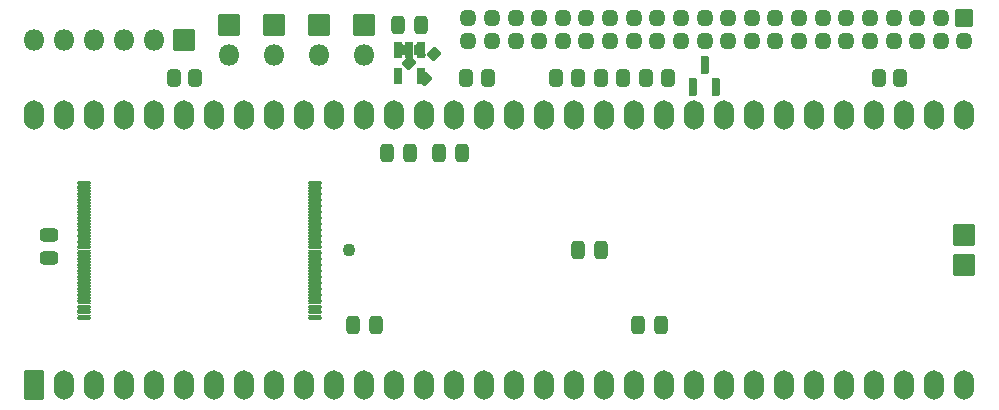
<source format=gts>
G04 #@! TF.GenerationSoftware,KiCad,Pcbnew,6.0.8-f2edbf62ab~116~ubuntu22.04.1*
G04 #@! TF.CreationDate,2022-10-12T20:13:52+02:00*
G04 #@! TF.ProjectId,a500-ide-ram,61353030-2d69-4646-952d-72616d2e6b69,0.2*
G04 #@! TF.SameCoordinates,Original*
G04 #@! TF.FileFunction,Soldermask,Top*
G04 #@! TF.FilePolarity,Negative*
%FSLAX46Y46*%
G04 Gerber Fmt 4.6, Leading zero omitted, Abs format (unit mm)*
G04 Created by KiCad (PCBNEW 6.0.8-f2edbf62ab~116~ubuntu22.04.1) date 2022-10-12 20:13:52*
%MOMM*%
%LPD*%
G01*
G04 APERTURE LIST*
G04 Aperture macros list*
%AMRoundRect*
0 Rectangle with rounded corners*
0 $1 Rounding radius*
0 $2 $3 $4 $5 $6 $7 $8 $9 X,Y pos of 4 corners*
0 Add a 4 corners polygon primitive as box body*
4,1,4,$2,$3,$4,$5,$6,$7,$8,$9,$2,$3,0*
0 Add four circle primitives for the rounded corners*
1,1,$1+$1,$2,$3*
1,1,$1+$1,$4,$5*
1,1,$1+$1,$6,$7*
1,1,$1+$1,$8,$9*
0 Add four rect primitives between the rounded corners*
20,1,$1+$1,$2,$3,$4,$5,0*
20,1,$1+$1,$4,$5,$6,$7,0*
20,1,$1+$1,$6,$7,$8,$9,0*
20,1,$1+$1,$8,$9,$2,$3,0*%
G04 Aperture macros list end*
%ADD10RoundRect,0.301000X-0.250000X-0.475000X0.250000X-0.475000X0.250000X0.475000X-0.250000X0.475000X0*%
%ADD11RoundRect,0.301000X0.250000X0.475000X-0.250000X0.475000X-0.250000X-0.475000X0.250000X-0.475000X0*%
%ADD12RoundRect,0.301000X0.475000X-0.250000X0.475000X0.250000X-0.475000X0.250000X-0.475000X-0.250000X0*%
%ADD13RoundRect,0.201000X0.150000X-0.587500X0.150000X0.587500X-0.150000X0.587500X-0.150000X-0.587500X0*%
%ADD14RoundRect,0.051000X-0.850000X-0.850000X0.850000X-0.850000X0.850000X0.850000X-0.850000X0.850000X0*%
%ADD15O,1.802000X1.802000*%
%ADD16RoundRect,0.301000X0.262500X0.450000X-0.262500X0.450000X-0.262500X-0.450000X0.262500X-0.450000X0*%
%ADD17RoundRect,0.301000X-0.262500X-0.450000X0.262500X-0.450000X0.262500X0.450000X-0.262500X0.450000X0*%
%ADD18RoundRect,0.051000X-0.675000X0.675000X-0.675000X-0.675000X0.675000X-0.675000X0.675000X0.675000X0*%
%ADD19O,1.452000X1.452000*%
%ADD20RoundRect,0.051000X-0.850000X0.850000X-0.850000X-0.850000X0.850000X-0.850000X0.850000X0.850000X0*%
%ADD21C,1.102000*%
%ADD22RoundRect,0.051000X0.800000X-1.200000X0.800000X1.200000X-0.800000X1.200000X-0.800000X-1.200000X0*%
%ADD23O,1.702000X2.502000*%
%ADD24RoundRect,0.201000X-0.150000X0.512500X-0.150000X-0.512500X0.150000X-0.512500X0.150000X0.512500X0*%
%ADD25RoundRect,0.051000X0.550000X0.125000X-0.550000X0.125000X-0.550000X-0.125000X0.550000X-0.125000X0*%
%ADD26RoundRect,0.051000X-0.035355X-0.601041X0.601041X0.035355X0.035355X0.601041X-0.601041X-0.035355X0*%
G04 APERTURE END LIST*
D10*
X157165000Y-103525000D03*
X159065000Y-103525000D03*
D11*
X134935000Y-103525000D03*
X133035000Y-103525000D03*
D10*
X152085000Y-97175000D03*
X153985000Y-97175000D03*
D11*
X137807500Y-88920000D03*
X135907500Y-88920000D03*
D12*
X107315000Y-97802500D03*
X107315000Y-95902500D03*
D13*
X161835000Y-83317000D03*
X163735000Y-83317000D03*
X162785000Y-81442000D03*
D14*
X133985000Y-78125000D03*
D15*
X133985000Y-80665000D03*
D14*
X130175000Y-78125000D03*
D15*
X130175000Y-80665000D03*
D16*
X159662500Y-82550000D03*
X157837500Y-82550000D03*
D17*
X154027500Y-82550000D03*
X155852500Y-82550000D03*
X142597500Y-82550000D03*
X144422500Y-82550000D03*
D16*
X179347500Y-82550000D03*
X177522500Y-82550000D03*
X152042500Y-82550000D03*
X150217500Y-82550000D03*
D14*
X122555000Y-78125000D03*
D15*
X122555000Y-80665000D03*
D18*
X184785000Y-77470000D03*
D19*
X184785000Y-79470000D03*
X182785000Y-77470000D03*
X182785000Y-79470000D03*
X180785000Y-77470000D03*
X180785000Y-79470000D03*
X178785000Y-77470000D03*
X178785000Y-79470000D03*
X176785000Y-77470000D03*
X176785000Y-79470000D03*
X174785000Y-77470000D03*
X174785000Y-79470000D03*
X172785000Y-77470000D03*
X172785000Y-79470000D03*
X170785000Y-77470000D03*
X170785000Y-79470000D03*
X168785000Y-77470000D03*
X168785000Y-79470000D03*
X166785000Y-77470000D03*
X166785000Y-79470000D03*
X164785000Y-77470000D03*
X164785000Y-79470000D03*
X162785000Y-77470000D03*
X162785000Y-79470000D03*
X160785000Y-77470000D03*
X160785000Y-79470000D03*
X158785000Y-77470000D03*
X158785000Y-79470000D03*
X156785000Y-77470000D03*
X156785000Y-79470000D03*
X154785000Y-77470000D03*
X154785000Y-79470000D03*
X152785000Y-77470000D03*
X152785000Y-79470000D03*
X150785000Y-77470000D03*
X150785000Y-79470000D03*
X148785000Y-77470000D03*
X148785000Y-79470000D03*
X146785000Y-77470000D03*
X146785000Y-79470000D03*
X144785000Y-77470000D03*
X144785000Y-79470000D03*
X142785000Y-77470000D03*
X142785000Y-79470000D03*
D14*
X184785000Y-95905000D03*
D20*
X118745000Y-79375000D03*
D15*
X116205000Y-79375000D03*
X113665000Y-79375000D03*
X111125000Y-79375000D03*
X108585000Y-79375000D03*
X106045000Y-79375000D03*
D21*
X132715000Y-97111500D03*
D22*
X106045000Y-108605000D03*
D23*
X108585000Y-108605000D03*
X111125000Y-108605000D03*
X113665000Y-108605000D03*
X116205000Y-108605000D03*
X118745000Y-108605000D03*
X121285000Y-108605000D03*
X123825000Y-108605000D03*
X126365000Y-108605000D03*
X128905000Y-108605000D03*
X131445000Y-108605000D03*
X133985000Y-108605000D03*
X136525000Y-108605000D03*
X139065000Y-108605000D03*
X141605000Y-108605000D03*
X144145000Y-108605000D03*
X146685000Y-108605000D03*
X149225000Y-108605000D03*
X151765000Y-108605000D03*
X154305000Y-108605000D03*
X156845000Y-108605000D03*
X159385000Y-108605000D03*
X161925000Y-108605000D03*
X164465000Y-108605000D03*
X167005000Y-108605000D03*
X169545000Y-108605000D03*
X172085000Y-108605000D03*
X174625000Y-108605000D03*
X177165000Y-108605000D03*
X179705000Y-108605000D03*
X182245000Y-108605000D03*
X184785000Y-108605000D03*
X184785000Y-85745000D03*
X182245000Y-85745000D03*
X179705000Y-85745000D03*
X177165000Y-85745000D03*
X174625000Y-85745000D03*
X172085000Y-85745000D03*
X169545000Y-85745000D03*
X167005000Y-85745000D03*
X164465000Y-85745000D03*
X161925000Y-85745000D03*
X159385000Y-85745000D03*
X156845000Y-85745000D03*
X154305000Y-85745000D03*
X151765000Y-85745000D03*
X149225000Y-85745000D03*
X146685000Y-85745000D03*
X144145000Y-85745000D03*
X141605000Y-85745000D03*
X139065000Y-85745000D03*
X136525000Y-85745000D03*
X133985000Y-85745000D03*
X131445000Y-85745000D03*
X128905000Y-85745000D03*
X126365000Y-85745000D03*
X123825000Y-85745000D03*
X121285000Y-85745000D03*
X118745000Y-85745000D03*
X116205000Y-85745000D03*
X113665000Y-85745000D03*
X111125000Y-85745000D03*
X108585000Y-85745000D03*
X106045000Y-85745000D03*
D11*
X138745000Y-78125000D03*
X136845000Y-78125000D03*
D24*
X138745000Y-80162500D03*
X137795000Y-80162500D03*
X136845000Y-80162500D03*
X136845000Y-82437500D03*
X138745000Y-82437500D03*
D14*
X126365000Y-78125000D03*
D15*
X126365000Y-80665000D03*
D25*
X129765000Y-102925000D03*
X129765000Y-102425000D03*
X129765000Y-101925000D03*
X129765000Y-101425000D03*
X129765000Y-100925000D03*
X129765000Y-100425000D03*
X129765000Y-99925000D03*
X129765000Y-99425000D03*
X129765000Y-98925000D03*
X129765000Y-98425000D03*
X129765000Y-97925000D03*
X129765000Y-97425000D03*
X129765000Y-96925000D03*
X129765000Y-96425000D03*
X129765000Y-95925000D03*
X129765000Y-95425000D03*
X129765000Y-94925000D03*
X129765000Y-94425000D03*
X129765000Y-93925000D03*
X129765000Y-93425000D03*
X129765000Y-92925000D03*
X129765000Y-92425000D03*
X129765000Y-91925000D03*
X129765000Y-91425000D03*
X110265000Y-91425000D03*
X110265000Y-91925000D03*
X110265000Y-92425000D03*
X110265000Y-92925000D03*
X110265000Y-93425000D03*
X110265000Y-93925000D03*
X110265000Y-94425000D03*
X110265000Y-94925000D03*
X110265000Y-95425000D03*
X110265000Y-95925000D03*
X110265000Y-96425000D03*
X110265000Y-96925000D03*
X110265000Y-97425000D03*
X110265000Y-97925000D03*
X110265000Y-98425000D03*
X110265000Y-98925000D03*
X110265000Y-99425000D03*
X110265000Y-99925000D03*
X110265000Y-100425000D03*
X110265000Y-100925000D03*
X110265000Y-101425000D03*
X110265000Y-101925000D03*
X110265000Y-102425000D03*
X110265000Y-102925000D03*
D10*
X140322500Y-88920000D03*
X142222500Y-88920000D03*
D14*
X184785000Y-98445000D03*
D17*
X117832500Y-82550000D03*
X119657500Y-82550000D03*
D26*
X137775042Y-81322655D03*
X139118545Y-82666158D03*
X139861007Y-80580193D03*
G36*
X109685267Y-102587886D02*
G01*
X109696262Y-102595233D01*
X109715199Y-102599000D01*
X110814801Y-102599000D01*
X110833738Y-102595233D01*
X110844733Y-102587886D01*
X110846729Y-102587755D01*
X110847840Y-102589418D01*
X110847507Y-102590660D01*
X110838291Y-102604452D01*
X110840031Y-102605615D01*
X110840916Y-102607409D01*
X110840455Y-102608560D01*
X110825922Y-102625952D01*
X110817296Y-102694670D01*
X110840082Y-102742288D01*
X110839928Y-102744282D01*
X110839389Y-102744814D01*
X110838291Y-102745548D01*
X110847507Y-102759340D01*
X110847638Y-102761336D01*
X110845975Y-102762447D01*
X110844733Y-102762114D01*
X110833738Y-102754767D01*
X110814801Y-102751000D01*
X109715199Y-102751000D01*
X109696262Y-102754767D01*
X109685267Y-102762114D01*
X109683271Y-102762245D01*
X109682160Y-102760582D01*
X109682493Y-102759340D01*
X109691709Y-102745548D01*
X109689969Y-102744385D01*
X109689084Y-102742591D01*
X109689545Y-102741440D01*
X109704078Y-102724048D01*
X109712704Y-102655330D01*
X109689918Y-102607712D01*
X109690072Y-102605718D01*
X109690611Y-102605186D01*
X109691709Y-102604452D01*
X109682493Y-102590660D01*
X109682362Y-102588664D01*
X109684025Y-102587553D01*
X109685267Y-102587886D01*
G37*
G36*
X129185267Y-102587886D02*
G01*
X129196262Y-102595233D01*
X129215199Y-102599000D01*
X130314801Y-102599000D01*
X130333738Y-102595233D01*
X130344733Y-102587886D01*
X130346729Y-102587755D01*
X130347840Y-102589418D01*
X130347507Y-102590660D01*
X130338291Y-102604452D01*
X130340031Y-102605615D01*
X130340916Y-102607409D01*
X130340455Y-102608560D01*
X130325922Y-102625952D01*
X130317296Y-102694670D01*
X130340082Y-102742288D01*
X130339928Y-102744282D01*
X130339389Y-102744814D01*
X130338291Y-102745548D01*
X130347507Y-102759340D01*
X130347638Y-102761336D01*
X130345975Y-102762447D01*
X130344733Y-102762114D01*
X130333738Y-102754767D01*
X130314801Y-102751000D01*
X129215199Y-102751000D01*
X129196262Y-102754767D01*
X129185267Y-102762114D01*
X129183271Y-102762245D01*
X129182160Y-102760582D01*
X129182493Y-102759340D01*
X129191709Y-102745548D01*
X129189969Y-102744385D01*
X129189084Y-102742591D01*
X129189545Y-102741440D01*
X129204078Y-102724048D01*
X129212704Y-102655330D01*
X129189918Y-102607712D01*
X129190072Y-102605718D01*
X129190611Y-102605186D01*
X129191709Y-102604452D01*
X129182493Y-102590660D01*
X129182362Y-102588664D01*
X129184025Y-102587553D01*
X129185267Y-102587886D01*
G37*
G36*
X129185267Y-102087886D02*
G01*
X129196262Y-102095233D01*
X129215199Y-102099000D01*
X130314801Y-102099000D01*
X130333738Y-102095233D01*
X130344733Y-102087886D01*
X130346729Y-102087755D01*
X130347840Y-102089418D01*
X130347507Y-102090660D01*
X130338291Y-102104452D01*
X130340031Y-102105615D01*
X130340916Y-102107409D01*
X130340455Y-102108560D01*
X130325922Y-102125952D01*
X130317296Y-102194670D01*
X130340082Y-102242288D01*
X130339928Y-102244282D01*
X130339389Y-102244814D01*
X130338291Y-102245548D01*
X130347507Y-102259340D01*
X130347638Y-102261336D01*
X130345975Y-102262447D01*
X130344733Y-102262114D01*
X130333738Y-102254767D01*
X130314801Y-102251000D01*
X129215199Y-102251000D01*
X129196262Y-102254767D01*
X129185267Y-102262114D01*
X129183271Y-102262245D01*
X129182160Y-102260582D01*
X129182493Y-102259340D01*
X129191709Y-102245548D01*
X129189969Y-102244385D01*
X129189084Y-102242591D01*
X129189545Y-102241440D01*
X129204078Y-102224048D01*
X129212704Y-102155330D01*
X129189918Y-102107712D01*
X129190072Y-102105718D01*
X129190611Y-102105186D01*
X129191709Y-102104452D01*
X129182493Y-102090660D01*
X129182362Y-102088664D01*
X129184025Y-102087553D01*
X129185267Y-102087886D01*
G37*
G36*
X109685267Y-102087886D02*
G01*
X109696262Y-102095233D01*
X109715199Y-102099000D01*
X110814801Y-102099000D01*
X110833738Y-102095233D01*
X110844733Y-102087886D01*
X110846729Y-102087755D01*
X110847840Y-102089418D01*
X110847507Y-102090660D01*
X110838291Y-102104452D01*
X110840031Y-102105615D01*
X110840916Y-102107409D01*
X110840455Y-102108560D01*
X110825922Y-102125952D01*
X110817296Y-102194670D01*
X110840082Y-102242288D01*
X110839928Y-102244282D01*
X110839389Y-102244814D01*
X110838291Y-102245548D01*
X110847507Y-102259340D01*
X110847638Y-102261336D01*
X110845975Y-102262447D01*
X110844733Y-102262114D01*
X110833738Y-102254767D01*
X110814801Y-102251000D01*
X109715199Y-102251000D01*
X109696262Y-102254767D01*
X109685267Y-102262114D01*
X109683271Y-102262245D01*
X109682160Y-102260582D01*
X109682493Y-102259340D01*
X109691709Y-102245548D01*
X109689969Y-102244385D01*
X109689084Y-102242591D01*
X109689545Y-102241440D01*
X109704078Y-102224048D01*
X109712704Y-102155330D01*
X109689918Y-102107712D01*
X109690072Y-102105718D01*
X109690611Y-102105186D01*
X109691709Y-102104452D01*
X109682493Y-102090660D01*
X109682362Y-102088664D01*
X109684025Y-102087553D01*
X109685267Y-102087886D01*
G37*
G36*
X129185267Y-101587886D02*
G01*
X129196262Y-101595233D01*
X129215199Y-101599000D01*
X130314801Y-101599000D01*
X130333738Y-101595233D01*
X130344733Y-101587886D01*
X130346729Y-101587755D01*
X130347840Y-101589418D01*
X130347507Y-101590660D01*
X130338291Y-101604452D01*
X130340031Y-101605615D01*
X130340916Y-101607409D01*
X130340455Y-101608560D01*
X130325922Y-101625952D01*
X130317296Y-101694670D01*
X130340082Y-101742288D01*
X130339928Y-101744282D01*
X130339389Y-101744814D01*
X130338291Y-101745548D01*
X130347507Y-101759340D01*
X130347638Y-101761336D01*
X130345975Y-101762447D01*
X130344733Y-101762114D01*
X130333738Y-101754767D01*
X130314801Y-101751000D01*
X129215199Y-101751000D01*
X129196262Y-101754767D01*
X129185267Y-101762114D01*
X129183271Y-101762245D01*
X129182160Y-101760582D01*
X129182493Y-101759340D01*
X129191709Y-101745548D01*
X129189969Y-101744385D01*
X129189084Y-101742591D01*
X129189545Y-101741440D01*
X129204078Y-101724048D01*
X129212704Y-101655330D01*
X129189918Y-101607712D01*
X129190072Y-101605718D01*
X129190611Y-101605186D01*
X129191709Y-101604452D01*
X129182493Y-101590660D01*
X129182362Y-101588664D01*
X129184025Y-101587553D01*
X129185267Y-101587886D01*
G37*
G36*
X109685267Y-101587886D02*
G01*
X109696262Y-101595233D01*
X109715199Y-101599000D01*
X110814801Y-101599000D01*
X110833738Y-101595233D01*
X110844733Y-101587886D01*
X110846729Y-101587755D01*
X110847840Y-101589418D01*
X110847507Y-101590660D01*
X110838291Y-101604452D01*
X110840031Y-101605615D01*
X110840916Y-101607409D01*
X110840455Y-101608560D01*
X110825922Y-101625952D01*
X110817296Y-101694670D01*
X110840082Y-101742288D01*
X110839928Y-101744282D01*
X110839389Y-101744814D01*
X110838291Y-101745548D01*
X110847507Y-101759340D01*
X110847638Y-101761336D01*
X110845975Y-101762447D01*
X110844733Y-101762114D01*
X110833738Y-101754767D01*
X110814801Y-101751000D01*
X109715199Y-101751000D01*
X109696262Y-101754767D01*
X109685267Y-101762114D01*
X109683271Y-101762245D01*
X109682160Y-101760582D01*
X109682493Y-101759340D01*
X109691709Y-101745548D01*
X109689969Y-101744385D01*
X109689084Y-101742591D01*
X109689545Y-101741440D01*
X109704078Y-101724048D01*
X109712704Y-101655330D01*
X109689918Y-101607712D01*
X109690072Y-101605718D01*
X109690611Y-101605186D01*
X109691709Y-101604452D01*
X109682493Y-101590660D01*
X109682362Y-101588664D01*
X109684025Y-101587553D01*
X109685267Y-101587886D01*
G37*
G36*
X109685267Y-101087886D02*
G01*
X109696262Y-101095233D01*
X109715199Y-101099000D01*
X110814801Y-101099000D01*
X110833738Y-101095233D01*
X110844733Y-101087886D01*
X110846729Y-101087755D01*
X110847840Y-101089418D01*
X110847507Y-101090660D01*
X110838291Y-101104452D01*
X110840031Y-101105615D01*
X110840916Y-101107409D01*
X110840455Y-101108560D01*
X110825922Y-101125952D01*
X110817296Y-101194670D01*
X110840082Y-101242288D01*
X110839928Y-101244282D01*
X110839389Y-101244814D01*
X110838291Y-101245548D01*
X110847507Y-101259340D01*
X110847638Y-101261336D01*
X110845975Y-101262447D01*
X110844733Y-101262114D01*
X110833738Y-101254767D01*
X110814801Y-101251000D01*
X109715199Y-101251000D01*
X109696262Y-101254767D01*
X109685267Y-101262114D01*
X109683271Y-101262245D01*
X109682160Y-101260582D01*
X109682493Y-101259340D01*
X109691709Y-101245548D01*
X109689969Y-101244385D01*
X109689084Y-101242591D01*
X109689545Y-101241440D01*
X109704078Y-101224048D01*
X109712704Y-101155330D01*
X109689918Y-101107712D01*
X109690072Y-101105718D01*
X109690611Y-101105186D01*
X109691709Y-101104452D01*
X109682493Y-101090660D01*
X109682362Y-101088664D01*
X109684025Y-101087553D01*
X109685267Y-101087886D01*
G37*
G36*
X129185267Y-101087886D02*
G01*
X129196262Y-101095233D01*
X129215199Y-101099000D01*
X130314801Y-101099000D01*
X130333738Y-101095233D01*
X130344733Y-101087886D01*
X130346729Y-101087755D01*
X130347840Y-101089418D01*
X130347507Y-101090660D01*
X130338291Y-101104452D01*
X130340031Y-101105615D01*
X130340916Y-101107409D01*
X130340455Y-101108560D01*
X130325922Y-101125952D01*
X130317296Y-101194670D01*
X130340082Y-101242288D01*
X130339928Y-101244282D01*
X130339389Y-101244814D01*
X130338291Y-101245548D01*
X130347507Y-101259340D01*
X130347638Y-101261336D01*
X130345975Y-101262447D01*
X130344733Y-101262114D01*
X130333738Y-101254767D01*
X130314801Y-101251000D01*
X129215199Y-101251000D01*
X129196262Y-101254767D01*
X129185267Y-101262114D01*
X129183271Y-101262245D01*
X129182160Y-101260582D01*
X129182493Y-101259340D01*
X129191709Y-101245548D01*
X129189969Y-101244385D01*
X129189084Y-101242591D01*
X129189545Y-101241440D01*
X129204078Y-101224048D01*
X129212704Y-101155330D01*
X129189918Y-101107712D01*
X129190072Y-101105718D01*
X129190611Y-101105186D01*
X129191709Y-101104452D01*
X129182493Y-101090660D01*
X129182362Y-101088664D01*
X129184025Y-101087553D01*
X129185267Y-101087886D01*
G37*
G36*
X109685267Y-100587886D02*
G01*
X109696262Y-100595233D01*
X109715199Y-100599000D01*
X110814801Y-100599000D01*
X110833738Y-100595233D01*
X110844733Y-100587886D01*
X110846729Y-100587755D01*
X110847840Y-100589418D01*
X110847507Y-100590660D01*
X110838291Y-100604452D01*
X110840031Y-100605615D01*
X110840916Y-100607409D01*
X110840455Y-100608560D01*
X110825922Y-100625952D01*
X110817296Y-100694670D01*
X110840082Y-100742288D01*
X110839928Y-100744282D01*
X110839389Y-100744814D01*
X110838291Y-100745548D01*
X110847507Y-100759340D01*
X110847638Y-100761336D01*
X110845975Y-100762447D01*
X110844733Y-100762114D01*
X110833738Y-100754767D01*
X110814801Y-100751000D01*
X109715199Y-100751000D01*
X109696262Y-100754767D01*
X109685267Y-100762114D01*
X109683271Y-100762245D01*
X109682160Y-100760582D01*
X109682493Y-100759340D01*
X109691709Y-100745548D01*
X109689969Y-100744385D01*
X109689084Y-100742591D01*
X109689545Y-100741440D01*
X109704078Y-100724048D01*
X109712704Y-100655330D01*
X109689918Y-100607712D01*
X109690072Y-100605718D01*
X109690611Y-100605186D01*
X109691709Y-100604452D01*
X109682493Y-100590660D01*
X109682362Y-100588664D01*
X109684025Y-100587553D01*
X109685267Y-100587886D01*
G37*
G36*
X129185267Y-100587886D02*
G01*
X129196262Y-100595233D01*
X129215199Y-100599000D01*
X130314801Y-100599000D01*
X130333738Y-100595233D01*
X130344733Y-100587886D01*
X130346729Y-100587755D01*
X130347840Y-100589418D01*
X130347507Y-100590660D01*
X130338291Y-100604452D01*
X130340031Y-100605615D01*
X130340916Y-100607409D01*
X130340455Y-100608560D01*
X130325922Y-100625952D01*
X130317296Y-100694670D01*
X130340082Y-100742288D01*
X130339928Y-100744282D01*
X130339389Y-100744814D01*
X130338291Y-100745548D01*
X130347507Y-100759340D01*
X130347638Y-100761336D01*
X130345975Y-100762447D01*
X130344733Y-100762114D01*
X130333738Y-100754767D01*
X130314801Y-100751000D01*
X129215199Y-100751000D01*
X129196262Y-100754767D01*
X129185267Y-100762114D01*
X129183271Y-100762245D01*
X129182160Y-100760582D01*
X129182493Y-100759340D01*
X129191709Y-100745548D01*
X129189969Y-100744385D01*
X129189084Y-100742591D01*
X129189545Y-100741440D01*
X129204078Y-100724048D01*
X129212704Y-100655330D01*
X129189918Y-100607712D01*
X129190072Y-100605718D01*
X129190611Y-100605186D01*
X129191709Y-100604452D01*
X129182493Y-100590660D01*
X129182362Y-100588664D01*
X129184025Y-100587553D01*
X129185267Y-100587886D01*
G37*
G36*
X129185267Y-100087886D02*
G01*
X129196262Y-100095233D01*
X129215199Y-100099000D01*
X130314801Y-100099000D01*
X130333738Y-100095233D01*
X130344733Y-100087886D01*
X130346729Y-100087755D01*
X130347840Y-100089418D01*
X130347507Y-100090660D01*
X130338291Y-100104452D01*
X130340031Y-100105615D01*
X130340916Y-100107409D01*
X130340455Y-100108560D01*
X130325922Y-100125952D01*
X130317296Y-100194670D01*
X130340082Y-100242288D01*
X130339928Y-100244282D01*
X130339389Y-100244814D01*
X130338291Y-100245548D01*
X130347507Y-100259340D01*
X130347638Y-100261336D01*
X130345975Y-100262447D01*
X130344733Y-100262114D01*
X130333738Y-100254767D01*
X130314801Y-100251000D01*
X129215199Y-100251000D01*
X129196262Y-100254767D01*
X129185267Y-100262114D01*
X129183271Y-100262245D01*
X129182160Y-100260582D01*
X129182493Y-100259340D01*
X129191709Y-100245548D01*
X129189969Y-100244385D01*
X129189084Y-100242591D01*
X129189545Y-100241440D01*
X129204078Y-100224048D01*
X129212704Y-100155330D01*
X129189918Y-100107712D01*
X129190072Y-100105718D01*
X129190611Y-100105186D01*
X129191709Y-100104452D01*
X129182493Y-100090660D01*
X129182362Y-100088664D01*
X129184025Y-100087553D01*
X129185267Y-100087886D01*
G37*
G36*
X109685267Y-100087886D02*
G01*
X109696262Y-100095233D01*
X109715199Y-100099000D01*
X110814801Y-100099000D01*
X110833738Y-100095233D01*
X110844733Y-100087886D01*
X110846729Y-100087755D01*
X110847840Y-100089418D01*
X110847507Y-100090660D01*
X110838291Y-100104452D01*
X110840031Y-100105615D01*
X110840916Y-100107409D01*
X110840455Y-100108560D01*
X110825922Y-100125952D01*
X110817296Y-100194670D01*
X110840082Y-100242288D01*
X110839928Y-100244282D01*
X110839389Y-100244814D01*
X110838291Y-100245548D01*
X110847507Y-100259340D01*
X110847638Y-100261336D01*
X110845975Y-100262447D01*
X110844733Y-100262114D01*
X110833738Y-100254767D01*
X110814801Y-100251000D01*
X109715199Y-100251000D01*
X109696262Y-100254767D01*
X109685267Y-100262114D01*
X109683271Y-100262245D01*
X109682160Y-100260582D01*
X109682493Y-100259340D01*
X109691709Y-100245548D01*
X109689969Y-100244385D01*
X109689084Y-100242591D01*
X109689545Y-100241440D01*
X109704078Y-100224048D01*
X109712704Y-100155330D01*
X109689918Y-100107712D01*
X109690072Y-100105718D01*
X109690611Y-100105186D01*
X109691709Y-100104452D01*
X109682493Y-100090660D01*
X109682362Y-100088664D01*
X109684025Y-100087553D01*
X109685267Y-100087886D01*
G37*
G36*
X129185267Y-99587886D02*
G01*
X129196262Y-99595233D01*
X129215199Y-99599000D01*
X130314801Y-99599000D01*
X130333738Y-99595233D01*
X130344733Y-99587886D01*
X130346729Y-99587755D01*
X130347840Y-99589418D01*
X130347507Y-99590660D01*
X130338291Y-99604452D01*
X130340031Y-99605615D01*
X130340916Y-99607409D01*
X130340455Y-99608560D01*
X130325922Y-99625952D01*
X130317296Y-99694670D01*
X130340082Y-99742288D01*
X130339928Y-99744282D01*
X130339389Y-99744814D01*
X130338291Y-99745548D01*
X130347507Y-99759340D01*
X130347638Y-99761336D01*
X130345975Y-99762447D01*
X130344733Y-99762114D01*
X130333738Y-99754767D01*
X130314801Y-99751000D01*
X129215199Y-99751000D01*
X129196262Y-99754767D01*
X129185267Y-99762114D01*
X129183271Y-99762245D01*
X129182160Y-99760582D01*
X129182493Y-99759340D01*
X129191709Y-99745548D01*
X129189969Y-99744385D01*
X129189084Y-99742591D01*
X129189545Y-99741440D01*
X129204078Y-99724048D01*
X129212704Y-99655330D01*
X129189918Y-99607712D01*
X129190072Y-99605718D01*
X129190611Y-99605186D01*
X129191709Y-99604452D01*
X129182493Y-99590660D01*
X129182362Y-99588664D01*
X129184025Y-99587553D01*
X129185267Y-99587886D01*
G37*
G36*
X109685267Y-99587886D02*
G01*
X109696262Y-99595233D01*
X109715199Y-99599000D01*
X110814801Y-99599000D01*
X110833738Y-99595233D01*
X110844733Y-99587886D01*
X110846729Y-99587755D01*
X110847840Y-99589418D01*
X110847507Y-99590660D01*
X110838291Y-99604452D01*
X110840031Y-99605615D01*
X110840916Y-99607409D01*
X110840455Y-99608560D01*
X110825922Y-99625952D01*
X110817296Y-99694670D01*
X110840082Y-99742288D01*
X110839928Y-99744282D01*
X110839389Y-99744814D01*
X110838291Y-99745548D01*
X110847507Y-99759340D01*
X110847638Y-99761336D01*
X110845975Y-99762447D01*
X110844733Y-99762114D01*
X110833738Y-99754767D01*
X110814801Y-99751000D01*
X109715199Y-99751000D01*
X109696262Y-99754767D01*
X109685267Y-99762114D01*
X109683271Y-99762245D01*
X109682160Y-99760582D01*
X109682493Y-99759340D01*
X109691709Y-99745548D01*
X109689969Y-99744385D01*
X109689084Y-99742591D01*
X109689545Y-99741440D01*
X109704078Y-99724048D01*
X109712704Y-99655330D01*
X109689918Y-99607712D01*
X109690072Y-99605718D01*
X109690611Y-99605186D01*
X109691709Y-99604452D01*
X109682493Y-99590660D01*
X109682362Y-99588664D01*
X109684025Y-99587553D01*
X109685267Y-99587886D01*
G37*
G36*
X129185267Y-99087886D02*
G01*
X129196262Y-99095233D01*
X129215199Y-99099000D01*
X130314801Y-99099000D01*
X130333738Y-99095233D01*
X130344733Y-99087886D01*
X130346729Y-99087755D01*
X130347840Y-99089418D01*
X130347507Y-99090660D01*
X130338291Y-99104452D01*
X130340031Y-99105615D01*
X130340916Y-99107409D01*
X130340455Y-99108560D01*
X130325922Y-99125952D01*
X130317296Y-99194670D01*
X130340082Y-99242288D01*
X130339928Y-99244282D01*
X130339389Y-99244814D01*
X130338291Y-99245548D01*
X130347507Y-99259340D01*
X130347638Y-99261336D01*
X130345975Y-99262447D01*
X130344733Y-99262114D01*
X130333738Y-99254767D01*
X130314801Y-99251000D01*
X129215199Y-99251000D01*
X129196262Y-99254767D01*
X129185267Y-99262114D01*
X129183271Y-99262245D01*
X129182160Y-99260582D01*
X129182493Y-99259340D01*
X129191709Y-99245548D01*
X129189969Y-99244385D01*
X129189084Y-99242591D01*
X129189545Y-99241440D01*
X129204078Y-99224048D01*
X129212704Y-99155330D01*
X129189918Y-99107712D01*
X129190072Y-99105718D01*
X129190611Y-99105186D01*
X129191709Y-99104452D01*
X129182493Y-99090660D01*
X129182362Y-99088664D01*
X129184025Y-99087553D01*
X129185267Y-99087886D01*
G37*
G36*
X109685267Y-99087886D02*
G01*
X109696262Y-99095233D01*
X109715199Y-99099000D01*
X110814801Y-99099000D01*
X110833738Y-99095233D01*
X110844733Y-99087886D01*
X110846729Y-99087755D01*
X110847840Y-99089418D01*
X110847507Y-99090660D01*
X110838291Y-99104452D01*
X110840031Y-99105615D01*
X110840916Y-99107409D01*
X110840455Y-99108560D01*
X110825922Y-99125952D01*
X110817296Y-99194670D01*
X110840082Y-99242288D01*
X110839928Y-99244282D01*
X110839389Y-99244814D01*
X110838291Y-99245548D01*
X110847507Y-99259340D01*
X110847638Y-99261336D01*
X110845975Y-99262447D01*
X110844733Y-99262114D01*
X110833738Y-99254767D01*
X110814801Y-99251000D01*
X109715199Y-99251000D01*
X109696262Y-99254767D01*
X109685267Y-99262114D01*
X109683271Y-99262245D01*
X109682160Y-99260582D01*
X109682493Y-99259340D01*
X109691709Y-99245548D01*
X109689969Y-99244385D01*
X109689084Y-99242591D01*
X109689545Y-99241440D01*
X109704078Y-99224048D01*
X109712704Y-99155330D01*
X109689918Y-99107712D01*
X109690072Y-99105718D01*
X109690611Y-99105186D01*
X109691709Y-99104452D01*
X109682493Y-99090660D01*
X109682362Y-99088664D01*
X109684025Y-99087553D01*
X109685267Y-99087886D01*
G37*
G36*
X129185267Y-98587886D02*
G01*
X129196262Y-98595233D01*
X129215199Y-98599000D01*
X130314801Y-98599000D01*
X130333738Y-98595233D01*
X130344733Y-98587886D01*
X130346729Y-98587755D01*
X130347840Y-98589418D01*
X130347507Y-98590660D01*
X130338291Y-98604452D01*
X130340031Y-98605615D01*
X130340916Y-98607409D01*
X130340455Y-98608560D01*
X130325922Y-98625952D01*
X130317296Y-98694670D01*
X130340082Y-98742288D01*
X130339928Y-98744282D01*
X130339389Y-98744814D01*
X130338291Y-98745548D01*
X130347507Y-98759340D01*
X130347638Y-98761336D01*
X130345975Y-98762447D01*
X130344733Y-98762114D01*
X130333738Y-98754767D01*
X130314801Y-98751000D01*
X129215199Y-98751000D01*
X129196262Y-98754767D01*
X129185267Y-98762114D01*
X129183271Y-98762245D01*
X129182160Y-98760582D01*
X129182493Y-98759340D01*
X129191709Y-98745548D01*
X129189969Y-98744385D01*
X129189084Y-98742591D01*
X129189545Y-98741440D01*
X129204078Y-98724048D01*
X129212704Y-98655330D01*
X129189918Y-98607712D01*
X129190072Y-98605718D01*
X129190611Y-98605186D01*
X129191709Y-98604452D01*
X129182493Y-98590660D01*
X129182362Y-98588664D01*
X129184025Y-98587553D01*
X129185267Y-98587886D01*
G37*
G36*
X109685267Y-98587886D02*
G01*
X109696262Y-98595233D01*
X109715199Y-98599000D01*
X110814801Y-98599000D01*
X110833738Y-98595233D01*
X110844733Y-98587886D01*
X110846729Y-98587755D01*
X110847840Y-98589418D01*
X110847507Y-98590660D01*
X110838291Y-98604452D01*
X110840031Y-98605615D01*
X110840916Y-98607409D01*
X110840455Y-98608560D01*
X110825922Y-98625952D01*
X110817296Y-98694670D01*
X110840082Y-98742288D01*
X110839928Y-98744282D01*
X110839389Y-98744814D01*
X110838291Y-98745548D01*
X110847507Y-98759340D01*
X110847638Y-98761336D01*
X110845975Y-98762447D01*
X110844733Y-98762114D01*
X110833738Y-98754767D01*
X110814801Y-98751000D01*
X109715199Y-98751000D01*
X109696262Y-98754767D01*
X109685267Y-98762114D01*
X109683271Y-98762245D01*
X109682160Y-98760582D01*
X109682493Y-98759340D01*
X109691709Y-98745548D01*
X109689969Y-98744385D01*
X109689084Y-98742591D01*
X109689545Y-98741440D01*
X109704078Y-98724048D01*
X109712704Y-98655330D01*
X109689918Y-98607712D01*
X109690072Y-98605718D01*
X109690611Y-98605186D01*
X109691709Y-98604452D01*
X109682493Y-98590660D01*
X109682362Y-98588664D01*
X109684025Y-98587553D01*
X109685267Y-98587886D01*
G37*
G36*
X129185267Y-98087886D02*
G01*
X129196262Y-98095233D01*
X129215199Y-98099000D01*
X130314801Y-98099000D01*
X130333738Y-98095233D01*
X130344733Y-98087886D01*
X130346729Y-98087755D01*
X130347840Y-98089418D01*
X130347507Y-98090660D01*
X130338291Y-98104452D01*
X130340031Y-98105615D01*
X130340916Y-98107409D01*
X130340455Y-98108560D01*
X130325922Y-98125952D01*
X130317296Y-98194670D01*
X130340082Y-98242288D01*
X130339928Y-98244282D01*
X130339389Y-98244814D01*
X130338291Y-98245548D01*
X130347507Y-98259340D01*
X130347638Y-98261336D01*
X130345975Y-98262447D01*
X130344733Y-98262114D01*
X130333738Y-98254767D01*
X130314801Y-98251000D01*
X129215199Y-98251000D01*
X129196262Y-98254767D01*
X129185267Y-98262114D01*
X129183271Y-98262245D01*
X129182160Y-98260582D01*
X129182493Y-98259340D01*
X129191709Y-98245548D01*
X129189969Y-98244385D01*
X129189084Y-98242591D01*
X129189545Y-98241440D01*
X129204078Y-98224048D01*
X129212704Y-98155330D01*
X129189918Y-98107712D01*
X129190072Y-98105718D01*
X129190611Y-98105186D01*
X129191709Y-98104452D01*
X129182493Y-98090660D01*
X129182362Y-98088664D01*
X129184025Y-98087553D01*
X129185267Y-98087886D01*
G37*
G36*
X109685267Y-98087886D02*
G01*
X109696262Y-98095233D01*
X109715199Y-98099000D01*
X110814801Y-98099000D01*
X110833738Y-98095233D01*
X110844733Y-98087886D01*
X110846729Y-98087755D01*
X110847840Y-98089418D01*
X110847507Y-98090660D01*
X110838291Y-98104452D01*
X110840031Y-98105615D01*
X110840916Y-98107409D01*
X110840455Y-98108560D01*
X110825922Y-98125952D01*
X110817296Y-98194670D01*
X110840082Y-98242288D01*
X110839928Y-98244282D01*
X110839389Y-98244814D01*
X110838291Y-98245548D01*
X110847507Y-98259340D01*
X110847638Y-98261336D01*
X110845975Y-98262447D01*
X110844733Y-98262114D01*
X110833738Y-98254767D01*
X110814801Y-98251000D01*
X109715199Y-98251000D01*
X109696262Y-98254767D01*
X109685267Y-98262114D01*
X109683271Y-98262245D01*
X109682160Y-98260582D01*
X109682493Y-98259340D01*
X109691709Y-98245548D01*
X109689969Y-98244385D01*
X109689084Y-98242591D01*
X109689545Y-98241440D01*
X109704078Y-98224048D01*
X109712704Y-98155330D01*
X109689918Y-98107712D01*
X109690072Y-98105718D01*
X109690611Y-98105186D01*
X109691709Y-98104452D01*
X109682493Y-98090660D01*
X109682362Y-98088664D01*
X109684025Y-98087553D01*
X109685267Y-98087886D01*
G37*
G36*
X129185267Y-97587886D02*
G01*
X129196262Y-97595233D01*
X129215199Y-97599000D01*
X130314801Y-97599000D01*
X130333738Y-97595233D01*
X130344733Y-97587886D01*
X130346729Y-97587755D01*
X130347840Y-97589418D01*
X130347507Y-97590660D01*
X130338291Y-97604452D01*
X130340031Y-97605615D01*
X130340916Y-97607409D01*
X130340455Y-97608560D01*
X130325922Y-97625952D01*
X130317296Y-97694670D01*
X130340082Y-97742288D01*
X130339928Y-97744282D01*
X130339389Y-97744814D01*
X130338291Y-97745548D01*
X130347507Y-97759340D01*
X130347638Y-97761336D01*
X130345975Y-97762447D01*
X130344733Y-97762114D01*
X130333738Y-97754767D01*
X130314801Y-97751000D01*
X129215199Y-97751000D01*
X129196262Y-97754767D01*
X129185267Y-97762114D01*
X129183271Y-97762245D01*
X129182160Y-97760582D01*
X129182493Y-97759340D01*
X129191709Y-97745548D01*
X129189969Y-97744385D01*
X129189084Y-97742591D01*
X129189545Y-97741440D01*
X129204078Y-97724048D01*
X129212704Y-97655330D01*
X129189918Y-97607712D01*
X129190072Y-97605718D01*
X129190611Y-97605186D01*
X129191709Y-97604452D01*
X129182493Y-97590660D01*
X129182362Y-97588664D01*
X129184025Y-97587553D01*
X129185267Y-97587886D01*
G37*
G36*
X109685267Y-97587886D02*
G01*
X109696262Y-97595233D01*
X109715199Y-97599000D01*
X110814801Y-97599000D01*
X110833738Y-97595233D01*
X110844733Y-97587886D01*
X110846729Y-97587755D01*
X110847840Y-97589418D01*
X110847507Y-97590660D01*
X110838291Y-97604452D01*
X110840031Y-97605615D01*
X110840916Y-97607409D01*
X110840455Y-97608560D01*
X110825922Y-97625952D01*
X110817296Y-97694670D01*
X110840082Y-97742288D01*
X110839928Y-97744282D01*
X110839389Y-97744814D01*
X110838291Y-97745548D01*
X110847507Y-97759340D01*
X110847638Y-97761336D01*
X110845975Y-97762447D01*
X110844733Y-97762114D01*
X110833738Y-97754767D01*
X110814801Y-97751000D01*
X109715199Y-97751000D01*
X109696262Y-97754767D01*
X109685267Y-97762114D01*
X109683271Y-97762245D01*
X109682160Y-97760582D01*
X109682493Y-97759340D01*
X109691709Y-97745548D01*
X109689969Y-97744385D01*
X109689084Y-97742591D01*
X109689545Y-97741440D01*
X109704078Y-97724048D01*
X109712704Y-97655330D01*
X109689918Y-97607712D01*
X109690072Y-97605718D01*
X109690611Y-97605186D01*
X109691709Y-97604452D01*
X109682493Y-97590660D01*
X109682362Y-97588664D01*
X109684025Y-97587553D01*
X109685267Y-97587886D01*
G37*
G36*
X129185267Y-97087886D02*
G01*
X129196262Y-97095233D01*
X129215199Y-97099000D01*
X130314801Y-97099000D01*
X130333738Y-97095233D01*
X130344733Y-97087886D01*
X130346729Y-97087755D01*
X130347840Y-97089418D01*
X130347507Y-97090660D01*
X130338291Y-97104452D01*
X130340031Y-97105615D01*
X130340916Y-97107409D01*
X130340455Y-97108560D01*
X130325922Y-97125952D01*
X130317296Y-97194670D01*
X130340082Y-97242288D01*
X130339928Y-97244282D01*
X130339389Y-97244814D01*
X130338291Y-97245548D01*
X130347507Y-97259340D01*
X130347638Y-97261336D01*
X130345975Y-97262447D01*
X130344733Y-97262114D01*
X130333738Y-97254767D01*
X130314801Y-97251000D01*
X129215199Y-97251000D01*
X129196262Y-97254767D01*
X129185267Y-97262114D01*
X129183271Y-97262245D01*
X129182160Y-97260582D01*
X129182493Y-97259340D01*
X129191709Y-97245548D01*
X129189969Y-97244385D01*
X129189084Y-97242591D01*
X129189545Y-97241440D01*
X129204078Y-97224048D01*
X129212704Y-97155330D01*
X129189918Y-97107712D01*
X129190072Y-97105718D01*
X129190611Y-97105186D01*
X129191709Y-97104452D01*
X129182493Y-97090660D01*
X129182362Y-97088664D01*
X129184025Y-97087553D01*
X129185267Y-97087886D01*
G37*
G36*
X109685267Y-97087886D02*
G01*
X109696262Y-97095233D01*
X109715199Y-97099000D01*
X110814801Y-97099000D01*
X110833738Y-97095233D01*
X110844733Y-97087886D01*
X110846729Y-97087755D01*
X110847840Y-97089418D01*
X110847507Y-97090660D01*
X110838291Y-97104452D01*
X110840031Y-97105615D01*
X110840916Y-97107409D01*
X110840455Y-97108560D01*
X110825922Y-97125952D01*
X110817296Y-97194670D01*
X110840082Y-97242288D01*
X110839928Y-97244282D01*
X110839389Y-97244814D01*
X110838291Y-97245548D01*
X110847507Y-97259340D01*
X110847638Y-97261336D01*
X110845975Y-97262447D01*
X110844733Y-97262114D01*
X110833738Y-97254767D01*
X110814801Y-97251000D01*
X109715199Y-97251000D01*
X109696262Y-97254767D01*
X109685267Y-97262114D01*
X109683271Y-97262245D01*
X109682160Y-97260582D01*
X109682493Y-97259340D01*
X109691709Y-97245548D01*
X109689969Y-97244385D01*
X109689084Y-97242591D01*
X109689545Y-97241440D01*
X109704078Y-97224048D01*
X109712704Y-97155330D01*
X109689918Y-97107712D01*
X109690072Y-97105718D01*
X109690611Y-97105186D01*
X109691709Y-97104452D01*
X109682493Y-97090660D01*
X109682362Y-97088664D01*
X109684025Y-97087553D01*
X109685267Y-97087886D01*
G37*
G36*
X129185267Y-96587886D02*
G01*
X129196262Y-96595233D01*
X129215199Y-96599000D01*
X130314801Y-96599000D01*
X130333738Y-96595233D01*
X130344733Y-96587886D01*
X130346729Y-96587755D01*
X130347840Y-96589418D01*
X130347507Y-96590660D01*
X130338291Y-96604452D01*
X130340031Y-96605615D01*
X130340916Y-96607409D01*
X130340455Y-96608560D01*
X130325922Y-96625952D01*
X130317296Y-96694670D01*
X130340082Y-96742288D01*
X130339928Y-96744282D01*
X130339389Y-96744814D01*
X130338291Y-96745548D01*
X130347507Y-96759340D01*
X130347638Y-96761336D01*
X130345975Y-96762447D01*
X130344733Y-96762114D01*
X130333738Y-96754767D01*
X130314801Y-96751000D01*
X129215199Y-96751000D01*
X129196262Y-96754767D01*
X129185267Y-96762114D01*
X129183271Y-96762245D01*
X129182160Y-96760582D01*
X129182493Y-96759340D01*
X129191709Y-96745548D01*
X129189969Y-96744385D01*
X129189084Y-96742591D01*
X129189545Y-96741440D01*
X129204078Y-96724048D01*
X129212704Y-96655330D01*
X129189918Y-96607712D01*
X129190072Y-96605718D01*
X129190611Y-96605186D01*
X129191709Y-96604452D01*
X129182493Y-96590660D01*
X129182362Y-96588664D01*
X129184025Y-96587553D01*
X129185267Y-96587886D01*
G37*
G36*
X109685267Y-96587886D02*
G01*
X109696262Y-96595233D01*
X109715199Y-96599000D01*
X110814801Y-96599000D01*
X110833738Y-96595233D01*
X110844733Y-96587886D01*
X110846729Y-96587755D01*
X110847840Y-96589418D01*
X110847507Y-96590660D01*
X110838291Y-96604452D01*
X110840031Y-96605615D01*
X110840916Y-96607409D01*
X110840455Y-96608560D01*
X110825922Y-96625952D01*
X110817296Y-96694670D01*
X110840082Y-96742288D01*
X110839928Y-96744282D01*
X110839389Y-96744814D01*
X110838291Y-96745548D01*
X110847507Y-96759340D01*
X110847638Y-96761336D01*
X110845975Y-96762447D01*
X110844733Y-96762114D01*
X110833738Y-96754767D01*
X110814801Y-96751000D01*
X109715199Y-96751000D01*
X109696262Y-96754767D01*
X109685267Y-96762114D01*
X109683271Y-96762245D01*
X109682160Y-96760582D01*
X109682493Y-96759340D01*
X109691709Y-96745548D01*
X109689969Y-96744385D01*
X109689084Y-96742591D01*
X109689545Y-96741440D01*
X109704078Y-96724048D01*
X109712704Y-96655330D01*
X109689918Y-96607712D01*
X109690072Y-96605718D01*
X109690611Y-96605186D01*
X109691709Y-96604452D01*
X109682493Y-96590660D01*
X109682362Y-96588664D01*
X109684025Y-96587553D01*
X109685267Y-96587886D01*
G37*
G36*
X129185267Y-96087886D02*
G01*
X129196262Y-96095233D01*
X129215199Y-96099000D01*
X130314801Y-96099000D01*
X130333738Y-96095233D01*
X130344733Y-96087886D01*
X130346729Y-96087755D01*
X130347840Y-96089418D01*
X130347507Y-96090660D01*
X130338291Y-96104452D01*
X130340031Y-96105615D01*
X130340916Y-96107409D01*
X130340455Y-96108560D01*
X130325922Y-96125952D01*
X130317296Y-96194670D01*
X130340082Y-96242288D01*
X130339928Y-96244282D01*
X130339389Y-96244814D01*
X130338291Y-96245548D01*
X130347507Y-96259340D01*
X130347638Y-96261336D01*
X130345975Y-96262447D01*
X130344733Y-96262114D01*
X130333738Y-96254767D01*
X130314801Y-96251000D01*
X129215199Y-96251000D01*
X129196262Y-96254767D01*
X129185267Y-96262114D01*
X129183271Y-96262245D01*
X129182160Y-96260582D01*
X129182493Y-96259340D01*
X129191709Y-96245548D01*
X129189969Y-96244385D01*
X129189084Y-96242591D01*
X129189545Y-96241440D01*
X129204078Y-96224048D01*
X129212704Y-96155330D01*
X129189918Y-96107712D01*
X129190072Y-96105718D01*
X129190611Y-96105186D01*
X129191709Y-96104452D01*
X129182493Y-96090660D01*
X129182362Y-96088664D01*
X129184025Y-96087553D01*
X129185267Y-96087886D01*
G37*
G36*
X109685267Y-96087886D02*
G01*
X109696262Y-96095233D01*
X109715199Y-96099000D01*
X110814801Y-96099000D01*
X110833738Y-96095233D01*
X110844733Y-96087886D01*
X110846729Y-96087755D01*
X110847840Y-96089418D01*
X110847507Y-96090660D01*
X110838291Y-96104452D01*
X110840031Y-96105615D01*
X110840916Y-96107409D01*
X110840455Y-96108560D01*
X110825922Y-96125952D01*
X110817296Y-96194670D01*
X110840082Y-96242288D01*
X110839928Y-96244282D01*
X110839389Y-96244814D01*
X110838291Y-96245548D01*
X110847507Y-96259340D01*
X110847638Y-96261336D01*
X110845975Y-96262447D01*
X110844733Y-96262114D01*
X110833738Y-96254767D01*
X110814801Y-96251000D01*
X109715199Y-96251000D01*
X109696262Y-96254767D01*
X109685267Y-96262114D01*
X109683271Y-96262245D01*
X109682160Y-96260582D01*
X109682493Y-96259340D01*
X109691709Y-96245548D01*
X109689969Y-96244385D01*
X109689084Y-96242591D01*
X109689545Y-96241440D01*
X109704078Y-96224048D01*
X109712704Y-96155330D01*
X109689918Y-96107712D01*
X109690072Y-96105718D01*
X109690611Y-96105186D01*
X109691709Y-96104452D01*
X109682493Y-96090660D01*
X109682362Y-96088664D01*
X109684025Y-96087553D01*
X109685267Y-96087886D01*
G37*
G36*
X109685267Y-95587886D02*
G01*
X109696262Y-95595233D01*
X109715199Y-95599000D01*
X110814801Y-95599000D01*
X110833738Y-95595233D01*
X110844733Y-95587886D01*
X110846729Y-95587755D01*
X110847840Y-95589418D01*
X110847507Y-95590660D01*
X110838291Y-95604452D01*
X110840031Y-95605615D01*
X110840916Y-95607409D01*
X110840455Y-95608560D01*
X110825922Y-95625952D01*
X110817296Y-95694670D01*
X110840082Y-95742288D01*
X110839928Y-95744282D01*
X110839389Y-95744814D01*
X110838291Y-95745548D01*
X110847507Y-95759340D01*
X110847638Y-95761336D01*
X110845975Y-95762447D01*
X110844733Y-95762114D01*
X110833738Y-95754767D01*
X110814801Y-95751000D01*
X109715199Y-95751000D01*
X109696262Y-95754767D01*
X109685267Y-95762114D01*
X109683271Y-95762245D01*
X109682160Y-95760582D01*
X109682493Y-95759340D01*
X109691709Y-95745548D01*
X109689969Y-95744385D01*
X109689084Y-95742591D01*
X109689545Y-95741440D01*
X109704078Y-95724048D01*
X109712704Y-95655330D01*
X109689918Y-95607712D01*
X109690072Y-95605718D01*
X109690611Y-95605186D01*
X109691709Y-95604452D01*
X109682493Y-95590660D01*
X109682362Y-95588664D01*
X109684025Y-95587553D01*
X109685267Y-95587886D01*
G37*
G36*
X129185267Y-95587886D02*
G01*
X129196262Y-95595233D01*
X129215199Y-95599000D01*
X130314801Y-95599000D01*
X130333738Y-95595233D01*
X130344733Y-95587886D01*
X130346729Y-95587755D01*
X130347840Y-95589418D01*
X130347507Y-95590660D01*
X130338291Y-95604452D01*
X130340031Y-95605615D01*
X130340916Y-95607409D01*
X130340455Y-95608560D01*
X130325922Y-95625952D01*
X130317296Y-95694670D01*
X130340082Y-95742288D01*
X130339928Y-95744282D01*
X130339389Y-95744814D01*
X130338291Y-95745548D01*
X130347507Y-95759340D01*
X130347638Y-95761336D01*
X130345975Y-95762447D01*
X130344733Y-95762114D01*
X130333738Y-95754767D01*
X130314801Y-95751000D01*
X129215199Y-95751000D01*
X129196262Y-95754767D01*
X129185267Y-95762114D01*
X129183271Y-95762245D01*
X129182160Y-95760582D01*
X129182493Y-95759340D01*
X129191709Y-95745548D01*
X129189969Y-95744385D01*
X129189084Y-95742591D01*
X129189545Y-95741440D01*
X129204078Y-95724048D01*
X129212704Y-95655330D01*
X129189918Y-95607712D01*
X129190072Y-95605718D01*
X129190611Y-95605186D01*
X129191709Y-95604452D01*
X129182493Y-95590660D01*
X129182362Y-95588664D01*
X129184025Y-95587553D01*
X129185267Y-95587886D01*
G37*
G36*
X129185267Y-95087886D02*
G01*
X129196262Y-95095233D01*
X129215199Y-95099000D01*
X130314801Y-95099000D01*
X130333738Y-95095233D01*
X130344733Y-95087886D01*
X130346729Y-95087755D01*
X130347840Y-95089418D01*
X130347507Y-95090660D01*
X130338291Y-95104452D01*
X130340031Y-95105615D01*
X130340916Y-95107409D01*
X130340455Y-95108560D01*
X130325922Y-95125952D01*
X130317296Y-95194670D01*
X130340082Y-95242288D01*
X130339928Y-95244282D01*
X130339389Y-95244814D01*
X130338291Y-95245548D01*
X130347507Y-95259340D01*
X130347638Y-95261336D01*
X130345975Y-95262447D01*
X130344733Y-95262114D01*
X130333738Y-95254767D01*
X130314801Y-95251000D01*
X129215199Y-95251000D01*
X129196262Y-95254767D01*
X129185267Y-95262114D01*
X129183271Y-95262245D01*
X129182160Y-95260582D01*
X129182493Y-95259340D01*
X129191709Y-95245548D01*
X129189969Y-95244385D01*
X129189084Y-95242591D01*
X129189545Y-95241440D01*
X129204078Y-95224048D01*
X129212704Y-95155330D01*
X129189918Y-95107712D01*
X129190072Y-95105718D01*
X129190611Y-95105186D01*
X129191709Y-95104452D01*
X129182493Y-95090660D01*
X129182362Y-95088664D01*
X129184025Y-95087553D01*
X129185267Y-95087886D01*
G37*
G36*
X109685267Y-95087886D02*
G01*
X109696262Y-95095233D01*
X109715199Y-95099000D01*
X110814801Y-95099000D01*
X110833738Y-95095233D01*
X110844733Y-95087886D01*
X110846729Y-95087755D01*
X110847840Y-95089418D01*
X110847507Y-95090660D01*
X110838291Y-95104452D01*
X110840031Y-95105615D01*
X110840916Y-95107409D01*
X110840455Y-95108560D01*
X110825922Y-95125952D01*
X110817296Y-95194670D01*
X110840082Y-95242288D01*
X110839928Y-95244282D01*
X110839389Y-95244814D01*
X110838291Y-95245548D01*
X110847507Y-95259340D01*
X110847638Y-95261336D01*
X110845975Y-95262447D01*
X110844733Y-95262114D01*
X110833738Y-95254767D01*
X110814801Y-95251000D01*
X109715199Y-95251000D01*
X109696262Y-95254767D01*
X109685267Y-95262114D01*
X109683271Y-95262245D01*
X109682160Y-95260582D01*
X109682493Y-95259340D01*
X109691709Y-95245548D01*
X109689969Y-95244385D01*
X109689084Y-95242591D01*
X109689545Y-95241440D01*
X109704078Y-95224048D01*
X109712704Y-95155330D01*
X109689918Y-95107712D01*
X109690072Y-95105718D01*
X109690611Y-95105186D01*
X109691709Y-95104452D01*
X109682493Y-95090660D01*
X109682362Y-95088664D01*
X109684025Y-95087553D01*
X109685267Y-95087886D01*
G37*
G36*
X129185267Y-94587886D02*
G01*
X129196262Y-94595233D01*
X129215199Y-94599000D01*
X130314801Y-94599000D01*
X130333738Y-94595233D01*
X130344733Y-94587886D01*
X130346729Y-94587755D01*
X130347840Y-94589418D01*
X130347507Y-94590660D01*
X130338291Y-94604452D01*
X130340031Y-94605615D01*
X130340916Y-94607409D01*
X130340455Y-94608560D01*
X130325922Y-94625952D01*
X130317296Y-94694670D01*
X130340082Y-94742288D01*
X130339928Y-94744282D01*
X130339389Y-94744814D01*
X130338291Y-94745548D01*
X130347507Y-94759340D01*
X130347638Y-94761336D01*
X130345975Y-94762447D01*
X130344733Y-94762114D01*
X130333738Y-94754767D01*
X130314801Y-94751000D01*
X129215199Y-94751000D01*
X129196262Y-94754767D01*
X129185267Y-94762114D01*
X129183271Y-94762245D01*
X129182160Y-94760582D01*
X129182493Y-94759340D01*
X129191709Y-94745548D01*
X129189969Y-94744385D01*
X129189084Y-94742591D01*
X129189545Y-94741440D01*
X129204078Y-94724048D01*
X129212704Y-94655330D01*
X129189918Y-94607712D01*
X129190072Y-94605718D01*
X129190611Y-94605186D01*
X129191709Y-94604452D01*
X129182493Y-94590660D01*
X129182362Y-94588664D01*
X129184025Y-94587553D01*
X129185267Y-94587886D01*
G37*
G36*
X109685267Y-94587886D02*
G01*
X109696262Y-94595233D01*
X109715199Y-94599000D01*
X110814801Y-94599000D01*
X110833738Y-94595233D01*
X110844733Y-94587886D01*
X110846729Y-94587755D01*
X110847840Y-94589418D01*
X110847507Y-94590660D01*
X110838291Y-94604452D01*
X110840031Y-94605615D01*
X110840916Y-94607409D01*
X110840455Y-94608560D01*
X110825922Y-94625952D01*
X110817296Y-94694670D01*
X110840082Y-94742288D01*
X110839928Y-94744282D01*
X110839389Y-94744814D01*
X110838291Y-94745548D01*
X110847507Y-94759340D01*
X110847638Y-94761336D01*
X110845975Y-94762447D01*
X110844733Y-94762114D01*
X110833738Y-94754767D01*
X110814801Y-94751000D01*
X109715199Y-94751000D01*
X109696262Y-94754767D01*
X109685267Y-94762114D01*
X109683271Y-94762245D01*
X109682160Y-94760582D01*
X109682493Y-94759340D01*
X109691709Y-94745548D01*
X109689969Y-94744385D01*
X109689084Y-94742591D01*
X109689545Y-94741440D01*
X109704078Y-94724048D01*
X109712704Y-94655330D01*
X109689918Y-94607712D01*
X109690072Y-94605718D01*
X109690611Y-94605186D01*
X109691709Y-94604452D01*
X109682493Y-94590660D01*
X109682362Y-94588664D01*
X109684025Y-94587553D01*
X109685267Y-94587886D01*
G37*
G36*
X129185267Y-94087886D02*
G01*
X129196262Y-94095233D01*
X129215199Y-94099000D01*
X130314801Y-94099000D01*
X130333738Y-94095233D01*
X130344733Y-94087886D01*
X130346729Y-94087755D01*
X130347840Y-94089418D01*
X130347507Y-94090660D01*
X130338291Y-94104452D01*
X130340031Y-94105615D01*
X130340916Y-94107409D01*
X130340455Y-94108560D01*
X130325922Y-94125952D01*
X130317296Y-94194670D01*
X130340082Y-94242288D01*
X130339928Y-94244282D01*
X130339389Y-94244814D01*
X130338291Y-94245548D01*
X130347507Y-94259340D01*
X130347638Y-94261336D01*
X130345975Y-94262447D01*
X130344733Y-94262114D01*
X130333738Y-94254767D01*
X130314801Y-94251000D01*
X129215199Y-94251000D01*
X129196262Y-94254767D01*
X129185267Y-94262114D01*
X129183271Y-94262245D01*
X129182160Y-94260582D01*
X129182493Y-94259340D01*
X129191709Y-94245548D01*
X129189969Y-94244385D01*
X129189084Y-94242591D01*
X129189545Y-94241440D01*
X129204078Y-94224048D01*
X129212704Y-94155330D01*
X129189918Y-94107712D01*
X129190072Y-94105718D01*
X129190611Y-94105186D01*
X129191709Y-94104452D01*
X129182493Y-94090660D01*
X129182362Y-94088664D01*
X129184025Y-94087553D01*
X129185267Y-94087886D01*
G37*
G36*
X109685267Y-94087886D02*
G01*
X109696262Y-94095233D01*
X109715199Y-94099000D01*
X110814801Y-94099000D01*
X110833738Y-94095233D01*
X110844733Y-94087886D01*
X110846729Y-94087755D01*
X110847840Y-94089418D01*
X110847507Y-94090660D01*
X110838291Y-94104452D01*
X110840031Y-94105615D01*
X110840916Y-94107409D01*
X110840455Y-94108560D01*
X110825922Y-94125952D01*
X110817296Y-94194670D01*
X110840082Y-94242288D01*
X110839928Y-94244282D01*
X110839389Y-94244814D01*
X110838291Y-94245548D01*
X110847507Y-94259340D01*
X110847638Y-94261336D01*
X110845975Y-94262447D01*
X110844733Y-94262114D01*
X110833738Y-94254767D01*
X110814801Y-94251000D01*
X109715199Y-94251000D01*
X109696262Y-94254767D01*
X109685267Y-94262114D01*
X109683271Y-94262245D01*
X109682160Y-94260582D01*
X109682493Y-94259340D01*
X109691709Y-94245548D01*
X109689969Y-94244385D01*
X109689084Y-94242591D01*
X109689545Y-94241440D01*
X109704078Y-94224048D01*
X109712704Y-94155330D01*
X109689918Y-94107712D01*
X109690072Y-94105718D01*
X109690611Y-94105186D01*
X109691709Y-94104452D01*
X109682493Y-94090660D01*
X109682362Y-94088664D01*
X109684025Y-94087553D01*
X109685267Y-94087886D01*
G37*
G36*
X129185267Y-93587886D02*
G01*
X129196262Y-93595233D01*
X129215199Y-93599000D01*
X130314801Y-93599000D01*
X130333738Y-93595233D01*
X130344733Y-93587886D01*
X130346729Y-93587755D01*
X130347840Y-93589418D01*
X130347507Y-93590660D01*
X130338291Y-93604452D01*
X130340031Y-93605615D01*
X130340916Y-93607409D01*
X130340455Y-93608560D01*
X130325922Y-93625952D01*
X130317296Y-93694670D01*
X130340082Y-93742288D01*
X130339928Y-93744282D01*
X130339389Y-93744814D01*
X130338291Y-93745548D01*
X130347507Y-93759340D01*
X130347638Y-93761336D01*
X130345975Y-93762447D01*
X130344733Y-93762114D01*
X130333738Y-93754767D01*
X130314801Y-93751000D01*
X129215199Y-93751000D01*
X129196262Y-93754767D01*
X129185267Y-93762114D01*
X129183271Y-93762245D01*
X129182160Y-93760582D01*
X129182493Y-93759340D01*
X129191709Y-93745548D01*
X129189969Y-93744385D01*
X129189084Y-93742591D01*
X129189545Y-93741440D01*
X129204078Y-93724048D01*
X129212704Y-93655330D01*
X129189918Y-93607712D01*
X129190072Y-93605718D01*
X129190611Y-93605186D01*
X129191709Y-93604452D01*
X129182493Y-93590660D01*
X129182362Y-93588664D01*
X129184025Y-93587553D01*
X129185267Y-93587886D01*
G37*
G36*
X109685267Y-93587886D02*
G01*
X109696262Y-93595233D01*
X109715199Y-93599000D01*
X110814801Y-93599000D01*
X110833738Y-93595233D01*
X110844733Y-93587886D01*
X110846729Y-93587755D01*
X110847840Y-93589418D01*
X110847507Y-93590660D01*
X110838291Y-93604452D01*
X110840031Y-93605615D01*
X110840916Y-93607409D01*
X110840455Y-93608560D01*
X110825922Y-93625952D01*
X110817296Y-93694670D01*
X110840082Y-93742288D01*
X110839928Y-93744282D01*
X110839389Y-93744814D01*
X110838291Y-93745548D01*
X110847507Y-93759340D01*
X110847638Y-93761336D01*
X110845975Y-93762447D01*
X110844733Y-93762114D01*
X110833738Y-93754767D01*
X110814801Y-93751000D01*
X109715199Y-93751000D01*
X109696262Y-93754767D01*
X109685267Y-93762114D01*
X109683271Y-93762245D01*
X109682160Y-93760582D01*
X109682493Y-93759340D01*
X109691709Y-93745548D01*
X109689969Y-93744385D01*
X109689084Y-93742591D01*
X109689545Y-93741440D01*
X109704078Y-93724048D01*
X109712704Y-93655330D01*
X109689918Y-93607712D01*
X109690072Y-93605718D01*
X109690611Y-93605186D01*
X109691709Y-93604452D01*
X109682493Y-93590660D01*
X109682362Y-93588664D01*
X109684025Y-93587553D01*
X109685267Y-93587886D01*
G37*
G36*
X109685267Y-93087886D02*
G01*
X109696262Y-93095233D01*
X109715199Y-93099000D01*
X110814801Y-93099000D01*
X110833738Y-93095233D01*
X110844733Y-93087886D01*
X110846729Y-93087755D01*
X110847840Y-93089418D01*
X110847507Y-93090660D01*
X110838291Y-93104452D01*
X110840031Y-93105615D01*
X110840916Y-93107409D01*
X110840455Y-93108560D01*
X110825922Y-93125952D01*
X110817296Y-93194670D01*
X110840082Y-93242288D01*
X110839928Y-93244282D01*
X110839389Y-93244814D01*
X110838291Y-93245548D01*
X110847507Y-93259340D01*
X110847638Y-93261336D01*
X110845975Y-93262447D01*
X110844733Y-93262114D01*
X110833738Y-93254767D01*
X110814801Y-93251000D01*
X109715199Y-93251000D01*
X109696262Y-93254767D01*
X109685267Y-93262114D01*
X109683271Y-93262245D01*
X109682160Y-93260582D01*
X109682493Y-93259340D01*
X109691709Y-93245548D01*
X109689969Y-93244385D01*
X109689084Y-93242591D01*
X109689545Y-93241440D01*
X109704078Y-93224048D01*
X109712704Y-93155330D01*
X109689918Y-93107712D01*
X109690072Y-93105718D01*
X109690611Y-93105186D01*
X109691709Y-93104452D01*
X109682493Y-93090660D01*
X109682362Y-93088664D01*
X109684025Y-93087553D01*
X109685267Y-93087886D01*
G37*
G36*
X129185267Y-93087886D02*
G01*
X129196262Y-93095233D01*
X129215199Y-93099000D01*
X130314801Y-93099000D01*
X130333738Y-93095233D01*
X130344733Y-93087886D01*
X130346729Y-93087755D01*
X130347840Y-93089418D01*
X130347507Y-93090660D01*
X130338291Y-93104452D01*
X130340031Y-93105615D01*
X130340916Y-93107409D01*
X130340455Y-93108560D01*
X130325922Y-93125952D01*
X130317296Y-93194670D01*
X130340082Y-93242288D01*
X130339928Y-93244282D01*
X130339389Y-93244814D01*
X130338291Y-93245548D01*
X130347507Y-93259340D01*
X130347638Y-93261336D01*
X130345975Y-93262447D01*
X130344733Y-93262114D01*
X130333738Y-93254767D01*
X130314801Y-93251000D01*
X129215199Y-93251000D01*
X129196262Y-93254767D01*
X129185267Y-93262114D01*
X129183271Y-93262245D01*
X129182160Y-93260582D01*
X129182493Y-93259340D01*
X129191709Y-93245548D01*
X129189969Y-93244385D01*
X129189084Y-93242591D01*
X129189545Y-93241440D01*
X129204078Y-93224048D01*
X129212704Y-93155330D01*
X129189918Y-93107712D01*
X129190072Y-93105718D01*
X129190611Y-93105186D01*
X129191709Y-93104452D01*
X129182493Y-93090660D01*
X129182362Y-93088664D01*
X129184025Y-93087553D01*
X129185267Y-93087886D01*
G37*
G36*
X129185267Y-92587886D02*
G01*
X129196262Y-92595233D01*
X129215199Y-92599000D01*
X130314801Y-92599000D01*
X130333738Y-92595233D01*
X130344733Y-92587886D01*
X130346729Y-92587755D01*
X130347840Y-92589418D01*
X130347507Y-92590660D01*
X130338291Y-92604452D01*
X130340031Y-92605615D01*
X130340916Y-92607409D01*
X130340455Y-92608560D01*
X130325922Y-92625952D01*
X130317296Y-92694670D01*
X130340082Y-92742288D01*
X130339928Y-92744282D01*
X130339389Y-92744814D01*
X130338291Y-92745548D01*
X130347507Y-92759340D01*
X130347638Y-92761336D01*
X130345975Y-92762447D01*
X130344733Y-92762114D01*
X130333738Y-92754767D01*
X130314801Y-92751000D01*
X129215199Y-92751000D01*
X129196262Y-92754767D01*
X129185267Y-92762114D01*
X129183271Y-92762245D01*
X129182160Y-92760582D01*
X129182493Y-92759340D01*
X129191709Y-92745548D01*
X129189969Y-92744385D01*
X129189084Y-92742591D01*
X129189545Y-92741440D01*
X129204078Y-92724048D01*
X129212704Y-92655330D01*
X129189918Y-92607712D01*
X129190072Y-92605718D01*
X129190611Y-92605186D01*
X129191709Y-92604452D01*
X129182493Y-92590660D01*
X129182362Y-92588664D01*
X129184025Y-92587553D01*
X129185267Y-92587886D01*
G37*
G36*
X109685267Y-92587886D02*
G01*
X109696262Y-92595233D01*
X109715199Y-92599000D01*
X110814801Y-92599000D01*
X110833738Y-92595233D01*
X110844733Y-92587886D01*
X110846729Y-92587755D01*
X110847840Y-92589418D01*
X110847507Y-92590660D01*
X110838291Y-92604452D01*
X110840031Y-92605615D01*
X110840916Y-92607409D01*
X110840455Y-92608560D01*
X110825922Y-92625952D01*
X110817296Y-92694670D01*
X110840082Y-92742288D01*
X110839928Y-92744282D01*
X110839389Y-92744814D01*
X110838291Y-92745548D01*
X110847507Y-92759340D01*
X110847638Y-92761336D01*
X110845975Y-92762447D01*
X110844733Y-92762114D01*
X110833738Y-92754767D01*
X110814801Y-92751000D01*
X109715199Y-92751000D01*
X109696262Y-92754767D01*
X109685267Y-92762114D01*
X109683271Y-92762245D01*
X109682160Y-92760582D01*
X109682493Y-92759340D01*
X109691709Y-92745548D01*
X109689969Y-92744385D01*
X109689084Y-92742591D01*
X109689545Y-92741440D01*
X109704078Y-92724048D01*
X109712704Y-92655330D01*
X109689918Y-92607712D01*
X109690072Y-92605718D01*
X109690611Y-92605186D01*
X109691709Y-92604452D01*
X109682493Y-92590660D01*
X109682362Y-92588664D01*
X109684025Y-92587553D01*
X109685267Y-92587886D01*
G37*
G36*
X129185267Y-92087886D02*
G01*
X129196262Y-92095233D01*
X129215199Y-92099000D01*
X130314801Y-92099000D01*
X130333738Y-92095233D01*
X130344733Y-92087886D01*
X130346729Y-92087755D01*
X130347840Y-92089418D01*
X130347507Y-92090660D01*
X130338291Y-92104452D01*
X130340031Y-92105615D01*
X130340916Y-92107409D01*
X130340455Y-92108560D01*
X130325922Y-92125952D01*
X130317296Y-92194670D01*
X130340082Y-92242288D01*
X130339928Y-92244282D01*
X130339389Y-92244814D01*
X130338291Y-92245548D01*
X130347507Y-92259340D01*
X130347638Y-92261336D01*
X130345975Y-92262447D01*
X130344733Y-92262114D01*
X130333738Y-92254767D01*
X130314801Y-92251000D01*
X129215199Y-92251000D01*
X129196262Y-92254767D01*
X129185267Y-92262114D01*
X129183271Y-92262245D01*
X129182160Y-92260582D01*
X129182493Y-92259340D01*
X129191709Y-92245548D01*
X129189969Y-92244385D01*
X129189084Y-92242591D01*
X129189545Y-92241440D01*
X129204078Y-92224048D01*
X129212704Y-92155330D01*
X129189918Y-92107712D01*
X129190072Y-92105718D01*
X129190611Y-92105186D01*
X129191709Y-92104452D01*
X129182493Y-92090660D01*
X129182362Y-92088664D01*
X129184025Y-92087553D01*
X129185267Y-92087886D01*
G37*
G36*
X109685267Y-92087886D02*
G01*
X109696262Y-92095233D01*
X109715199Y-92099000D01*
X110814801Y-92099000D01*
X110833738Y-92095233D01*
X110844733Y-92087886D01*
X110846729Y-92087755D01*
X110847840Y-92089418D01*
X110847507Y-92090660D01*
X110838291Y-92104452D01*
X110840031Y-92105615D01*
X110840916Y-92107409D01*
X110840455Y-92108560D01*
X110825922Y-92125952D01*
X110817296Y-92194670D01*
X110840082Y-92242288D01*
X110839928Y-92244282D01*
X110839389Y-92244814D01*
X110838291Y-92245548D01*
X110847507Y-92259340D01*
X110847638Y-92261336D01*
X110845975Y-92262447D01*
X110844733Y-92262114D01*
X110833738Y-92254767D01*
X110814801Y-92251000D01*
X109715199Y-92251000D01*
X109696262Y-92254767D01*
X109685267Y-92262114D01*
X109683271Y-92262245D01*
X109682160Y-92260582D01*
X109682493Y-92259340D01*
X109691709Y-92245548D01*
X109689969Y-92244385D01*
X109689084Y-92242591D01*
X109689545Y-92241440D01*
X109704078Y-92224048D01*
X109712704Y-92155330D01*
X109689918Y-92107712D01*
X109690072Y-92105718D01*
X109690611Y-92105186D01*
X109691709Y-92104452D01*
X109682493Y-92090660D01*
X109682362Y-92088664D01*
X109684025Y-92087553D01*
X109685267Y-92087886D01*
G37*
G36*
X109685267Y-91587886D02*
G01*
X109696262Y-91595233D01*
X109715199Y-91599000D01*
X110814801Y-91599000D01*
X110833738Y-91595233D01*
X110844733Y-91587886D01*
X110846729Y-91587755D01*
X110847840Y-91589418D01*
X110847507Y-91590660D01*
X110838291Y-91604452D01*
X110840031Y-91605615D01*
X110840916Y-91607409D01*
X110840455Y-91608560D01*
X110825922Y-91625952D01*
X110817296Y-91694670D01*
X110840082Y-91742288D01*
X110839928Y-91744282D01*
X110839389Y-91744814D01*
X110838291Y-91745548D01*
X110847507Y-91759340D01*
X110847638Y-91761336D01*
X110845975Y-91762447D01*
X110844733Y-91762114D01*
X110833738Y-91754767D01*
X110814801Y-91751000D01*
X109715199Y-91751000D01*
X109696262Y-91754767D01*
X109685267Y-91762114D01*
X109683271Y-91762245D01*
X109682160Y-91760582D01*
X109682493Y-91759340D01*
X109691709Y-91745548D01*
X109689969Y-91744385D01*
X109689084Y-91742591D01*
X109689545Y-91741440D01*
X109704078Y-91724048D01*
X109712704Y-91655330D01*
X109689918Y-91607712D01*
X109690072Y-91605718D01*
X109690611Y-91605186D01*
X109691709Y-91604452D01*
X109682493Y-91590660D01*
X109682362Y-91588664D01*
X109684025Y-91587553D01*
X109685267Y-91587886D01*
G37*
G36*
X129185267Y-91587886D02*
G01*
X129196262Y-91595233D01*
X129215199Y-91599000D01*
X130314801Y-91599000D01*
X130333738Y-91595233D01*
X130344733Y-91587886D01*
X130346729Y-91587755D01*
X130347840Y-91589418D01*
X130347507Y-91590660D01*
X130338291Y-91604452D01*
X130340031Y-91605615D01*
X130340916Y-91607409D01*
X130340455Y-91608560D01*
X130325922Y-91625952D01*
X130317296Y-91694670D01*
X130340082Y-91742288D01*
X130339928Y-91744282D01*
X130339389Y-91744814D01*
X130338291Y-91745548D01*
X130347507Y-91759340D01*
X130347638Y-91761336D01*
X130345975Y-91762447D01*
X130344733Y-91762114D01*
X130333738Y-91754767D01*
X130314801Y-91751000D01*
X129215199Y-91751000D01*
X129196262Y-91754767D01*
X129185267Y-91762114D01*
X129183271Y-91762245D01*
X129182160Y-91760582D01*
X129182493Y-91759340D01*
X129191709Y-91745548D01*
X129189969Y-91744385D01*
X129189084Y-91742591D01*
X129189545Y-91741440D01*
X129204078Y-91724048D01*
X129212704Y-91655330D01*
X129189918Y-91607712D01*
X129190072Y-91605718D01*
X129190611Y-91605186D01*
X129191709Y-91604452D01*
X129182493Y-91590660D01*
X129182362Y-91588664D01*
X129184025Y-91587553D01*
X129185267Y-91587886D01*
G37*
G36*
X139097919Y-80405054D02*
G01*
X139117596Y-80472069D01*
X139169939Y-80517424D01*
X139238492Y-80527281D01*
X139301729Y-80498401D01*
X139308009Y-80492554D01*
X139309958Y-80492106D01*
X139311321Y-80493570D01*
X139310786Y-80495432D01*
X139225458Y-80580760D01*
X139214733Y-80596810D01*
X139211007Y-80615548D01*
X139214733Y-80634286D01*
X139225458Y-80650337D01*
X139282202Y-80707081D01*
X139282720Y-80709013D01*
X139281306Y-80710427D01*
X139279830Y-80710250D01*
X139218529Y-80676778D01*
X139149447Y-80681718D01*
X139093847Y-80723340D01*
X139085547Y-80737203D01*
X139083799Y-80738176D01*
X139082083Y-80737148D01*
X139081869Y-80735786D01*
X139094000Y-80674801D01*
X139094000Y-80405617D01*
X139095000Y-80403885D01*
X139097000Y-80403885D01*
X139097919Y-80405054D01*
G37*
G36*
X138395218Y-79656609D02*
G01*
X138396000Y-79658195D01*
X138396000Y-80666795D01*
X138395000Y-80668527D01*
X138393000Y-80668527D01*
X138392017Y-80667056D01*
X138391985Y-80666817D01*
X138363846Y-80603204D01*
X138306035Y-80565070D01*
X138236780Y-80564244D01*
X138178086Y-80600983D01*
X138148015Y-80666825D01*
X138147983Y-80667068D01*
X138146765Y-80668654D01*
X138144782Y-80668392D01*
X138144000Y-80666806D01*
X138144000Y-79658205D01*
X138145000Y-79656473D01*
X138147000Y-79656473D01*
X138147983Y-79657944D01*
X138148015Y-79658183D01*
X138176154Y-79721796D01*
X138233965Y-79759930D01*
X138303220Y-79760756D01*
X138361914Y-79724017D01*
X138391985Y-79658175D01*
X138392017Y-79657933D01*
X138393236Y-79656347D01*
X138395218Y-79656609D01*
G37*
G36*
X137445218Y-79656609D02*
G01*
X137446000Y-79658195D01*
X137446000Y-80666795D01*
X137445000Y-80668527D01*
X137443000Y-80668527D01*
X137442017Y-80667056D01*
X137441985Y-80666817D01*
X137413846Y-80603204D01*
X137356035Y-80565070D01*
X137286780Y-80564244D01*
X137228086Y-80600983D01*
X137198015Y-80666825D01*
X137197983Y-80667068D01*
X137196765Y-80668654D01*
X137194782Y-80668392D01*
X137194000Y-80666806D01*
X137194000Y-79658205D01*
X137195000Y-79656473D01*
X137197000Y-79656473D01*
X137197983Y-79657944D01*
X137198015Y-79658183D01*
X137226154Y-79721796D01*
X137283965Y-79759930D01*
X137353220Y-79760756D01*
X137411914Y-79724017D01*
X137441985Y-79658175D01*
X137442017Y-79657933D01*
X137443236Y-79656347D01*
X137445218Y-79656609D01*
G37*
M02*

</source>
